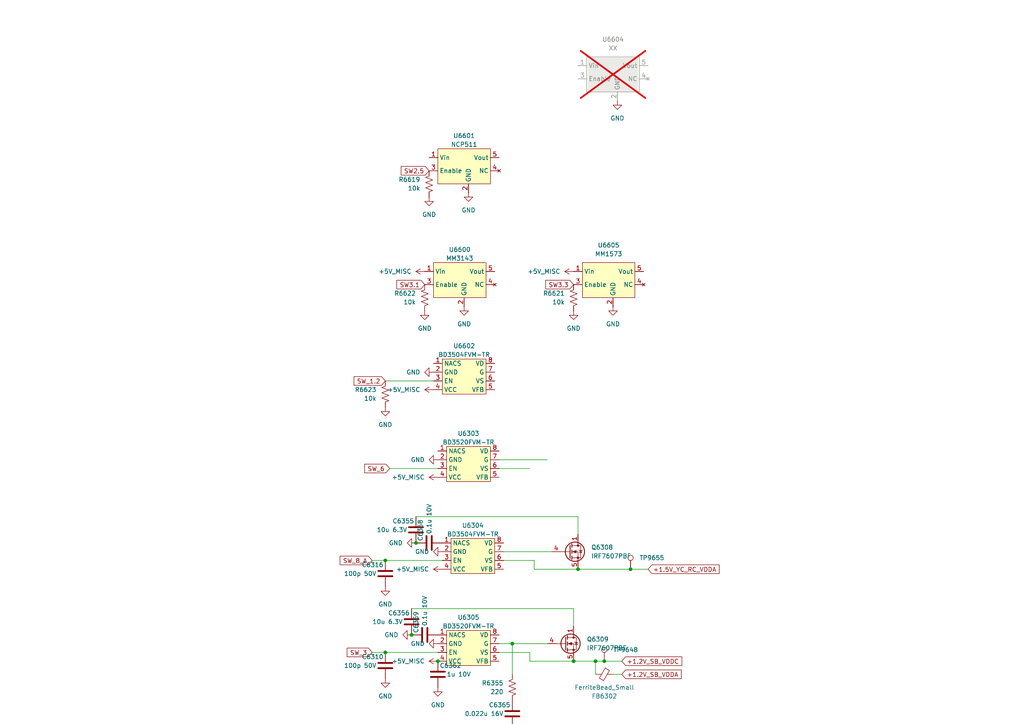
<source format=kicad_sch>
(kicad_sch (version 20231120) (generator "eeschema") (generator_version "8.0")
  (paper "A4")
  (lib_symbols
    (symbol "Connector:TestPoint" (pin_numbers hide) (pin_names (offset 0.762) hide)
      (property "Reference" "TP" (at 0 6.858 0))
      (property "Value" "TestPoint" (at 0 5.08 0))
      (symbol "TestPoint_0_1"
        (circle (center 0 3.302) (radius 0.762))
      )
      (symbol "TestPoint_1_1"
        (pin passive line (at 0 0 90) (length 2.54) (name "1") (number "1"))
      )
    )
    (symbol "Device:C" (pin_numbers hide) (pin_names (offset 0.254))
      (property "Reference" "C" (at 0.635 2.54 0))
      (property "Value" "C" (at 0.635 -2.54 0))
      (symbol "C_0_1"
        (polyline (pts (xy -2.032 -0.762) (xy 2.032 -0.762)) (stroke (width 0.508)))
        (polyline (pts (xy -2.032 0.762) (xy 2.032 0.762)) (stroke (width 0.508)))
      )
      (symbol "C_1_1"
        (pin passive line (at 0 3.81 270) (length 2.794) (name "~") (number "1"))
        (pin passive line (at 0 -3.81 90) (length 2.794) (name "~") (number "2"))
      )
    )
    (symbol "Device:FerriteBead_Small" (pin_numbers hide) (pin_names (offset 0))
      (property "Reference" "FB" (at 1.905 1.27 0))
      (property "Value" "FerriteBead_Small" (at 1.905 -1.27 0))
      (symbol "FerriteBead_Small_0_1"
        (polyline (pts (xy 0 -1.27) (xy 0 -0.7874)))
        (polyline (pts (xy 0 0.889) (xy 0 1.2954)))
        (polyline (pts (xy -1.8288 0.2794) (xy -1.1176 1.4986) (xy 1.8288 -0.2032) (xy 1.1176 -1.4224) (xy -1.8288 0.2794)))
      )
      (symbol "FerriteBead_Small_1_1"
        (pin passive line (at 0 2.54 270) (length 1.27) (name "~") (number "1"))
        (pin passive line (at 0 -2.54 90) (length 1.27) (name "~") (number "2"))
      )
    )
    (symbol "Device:R_US" (pin_numbers hide) (pin_names (offset 0))
      (property "Reference" "R" (at 2.54 0 90))
      (property "Value" "R_US" (at -2.54 0 90))
      (symbol "R_US_0_1"
        (polyline (pts (xy 0 -2.286) (xy 0 -2.54)))
        (polyline (pts (xy 0 2.286) (xy 0 2.54)))
        (polyline (pts (xy 0 -0.762) (xy 1.016 -1.143) (xy 0 -1.524) (xy -1.016 -1.905) (xy 0 -2.286)))
        (polyline (pts (xy 0 0.762) (xy 1.016 0.381) (xy 0 0) (xy -1.016 -0.381) (xy 0 -0.762)))
        (polyline (pts (xy 0 2.286) (xy 1.016 1.905) (xy 0 1.524) (xy -1.016 1.143) (xy 0 0.762)))
      )
      (symbol "R_US_1_1"
        (pin passive line (at 0 3.81 270) (length 1.27) (name "~") (number "1"))
        (pin passive line (at 0 -3.81 90) (length 1.27) (name "~") (number "2"))
      )
    )
    (symbol "PS3:BD35xxFVM-TR"
      (property "Reference" "U" (at 0 3.048 0))
      (property "Value" "BD35xx" (at -8.89 0 0))
      (symbol "BD35xxFVM-TR_0_0"
        (pin unspecified line (at -8.89 0 0) (length 2.54) (name "NACS") (number "1"))
        (pin power_in line (at -8.89 -2.54 0) (length 2.54) (name "GND") (number "2"))
        (pin unspecified line (at -8.89 -5.08 0) (length 2.54) (name "EN") (number "3"))
        (pin power_in line (at -8.89 -7.62 0) (length 2.54) (name "VCC") (number "4"))
        (pin unspecified line (at 8.89 -7.62 180) (length 2.54) (name "VFB") (number "5"))
        (pin unspecified line (at 8.89 -5.08 180) (length 2.54) (name "VS") (number "6"))
        (pin unspecified line (at 8.89 -2.54 180) (length 2.54) (name "G") (number "7"))
        (pin unspecified line (at 8.89 0 180) (length 2.54) (name "VD") (number "8"))
      )
      (symbol "BD35xxFVM-TR_1_1"
        (rectangle (start -6.35 1.27) (end 6.35 -8.89) (fill (type background)))
      )
    )
    (symbol "PS3:NCP511"
      (property "Reference" "U" (at 0 2.54 0))
      (property "Value" "~" (at 0 0 0))
      (symbol "NCP511_1_0"
        (pin power_in line (at -10.16 -3.81 0) (length 2.54) (name "Vin") (number "1"))
        (pin power_in line (at 1.27 -13.97 90) (length 2.54) (name "GND") (number "2"))
        (pin input line (at -10.16 -7.62 0) (length 2.54) (name "Enable") (number "3"))
        (pin no_connect line (at 10.16 -7.62 180) (length 2.54) (name "NC") (number "4"))
        (pin power_out line (at 10.16 -3.81 180) (length 2.54) (name "Vout") (number "5"))
      )
      (symbol "NCP511_1_1"
        (rectangle (start -7.62 -1.27) (end 7.62 -11.43) (fill (type background)))
      )
    )
    (symbol "Transistor_FET:IRF7607PBF" (pin_names hide)
      (property "Reference" "Q" (at 5.08 1.905 0))
      (property "Value" "IRF7607PBF" (at 5.08 0 0))
      (symbol "IRF7607PBF_0_1"
        (polyline (pts (xy 0.254 0) (xy -2.54 0)))
        (polyline (pts (xy 0.254 1.905) (xy 0.254 -1.905)) (stroke (width 0.254)))
        (polyline (pts (xy 0.762 -1.27) (xy 0.762 -2.286)) (stroke (width 0.254)))
        (polyline (pts (xy 0.762 0.508) (xy 0.762 -0.508)) (stroke (width 0.254)))
        (polyline (pts (xy 0.762 2.286) (xy 0.762 1.27)) (stroke (width 0.254)))
        (polyline (pts (xy 2.54 2.54) (xy 2.54 1.778)))
        (polyline (pts (xy 2.54 -2.54) (xy 2.54 0) (xy 0.762 0)))
        (polyline (pts (xy 0.762 -1.778) (xy 3.302 -1.778) (xy 3.302 1.778) (xy 0.762 1.778)))
        (polyline (pts (xy 1.016 0) (xy 2.032 0.381) (xy 2.032 -0.381) (xy 1.016 0)) (fill (type outline)))
        (polyline (pts (xy 2.794 0.508) (xy 2.921 0.381) (xy 3.683 0.381) (xy 3.81 0.254)))
        (polyline (pts (xy 3.302 0.381) (xy 2.921 -0.254) (xy 3.683 -0.254) (xy 3.302 0.381)))
        (circle (center 1.651 0) (radius 2.794) (stroke (width 0.254)))
        (circle (center 2.54 -1.778) (radius 0.254) (fill (type outline)))
        (circle (center 2.54 1.778) (radius 0.254) (fill (type outline)))
      )
      (symbol "IRF7607PBF_1_1"
        (pin passive line (at 2.54 5.08 270) (length 2.54) (name "S") (number "1"))
        (pin passive line (at 2.54 5.08 270) (length 2.54) hide (name "S") (number "2"))
        (pin passive line (at 2.54 5.08 270) (length 2.54) hide (name "S") (number "3"))
        (pin passive line (at -5.08 0 0) (length 2.54) (name "G") (number "4"))
        (pin passive line (at 2.54 -5.08 90) (length 2.54) (name "D") (number "5"))
        (pin passive line (at 2.54 -5.08 90) (length 2.54) hide (name "D") (number "6"))
        (pin passive line (at 2.54 -5.08 90) (length 2.54) hide (name "D") (number "7"))
        (pin passive line (at 2.54 -5.08 90) (length 2.54) hide (name "D") (number "8"))
      )
    )
    (symbol "power:+5F" (power) (pin_numbers hide) (pin_names (offset 0) hide)
      (property "Value" "+5F" (at 0 3.556 0))
      (symbol "+5F_0_1"
        (polyline (pts (xy -0.762 1.27) (xy 0 2.54)))
        (polyline (pts (xy 0 0) (xy 0 2.54)))
        (polyline (pts (xy 0 2.54) (xy 0.762 1.27)))
      )
      (symbol "+5F_1_1"
        (pin power_in line (at 0 0 90) (length 0) (name "~") (number "1"))
      )
    )
    (symbol "power:GND" (power) (pin_numbers hide) (pin_names (offset 0) hide)
      (property "Value" "GND" (at 0 -3.81 0))
      (symbol "GND_0_1"
        (polyline (pts (xy 0 0) (xy 0 -1.27) (xy 1.27 -1.27) (xy 0 -2.54) (xy -1.27 -1.27) (xy 0 -1.27)))
      )
      (symbol "GND_1_1"
        (pin power_in line (at 0 0 270) (length 0) (name "~") (number "1"))
      )
    )
  )
  (junction (at 119.38 184.15))
  (junction (at 182.88 165.1))
  (junction (at 167.64 165.1))
  (junction (at 148.59 186.69))
  (junction (at 127 191.77))
  (junction (at 120.65 157.48))
  (junction (at 166.37 191.77))
  (junction (at 172.72 191.77))
  (junction (at 175.26 191.77))
  (junction (at 111.76 189.23))
  (junction (at 111.76 162.56))
  (wire (pts (xy 146.05 162.56) (xy 154.94 162.56)))
  (wire (pts (xy 153.67 189.23) (xy 153.67 191.77)))
  (wire (pts (xy 111.76 110.49) (xy 125.73 110.49)))
  (wire (pts (xy 119.38 176.53) (xy 166.37 176.53)))
  (wire (pts (xy 144.78 133.35) (xy 158.75 133.35)))
  (wire (pts (xy 166.37 191.77) (xy 172.72 191.77)))
  (wire (pts (xy 113.03 135.89) (xy 127 135.89)))
  (wire (pts (xy 111.76 162.56) (xy 128.27 162.56)))
  (wire (pts (xy 175.26 191.77) (xy 180.34 191.77)))
  (wire (pts (xy 148.59 186.69) (xy 158.75 186.69)))
  (wire (pts (xy 120.65 149.86) (xy 167.64 149.86)))
  (wire (pts (xy 144.78 189.23) (xy 153.67 189.23)))
  (wire (pts (xy 107.95 189.23) (xy 111.76 189.23)))
  (wire (pts (xy 111.76 189.23) (xy 127 189.23)))
  (wire (pts (xy 144.78 135.89) (xy 153.67 135.89)))
  (wire (pts (xy 107.95 162.56) (xy 111.76 162.56)))
  (wire (pts (xy 154.94 162.56) (xy 154.94 165.1)))
  (wire (pts (xy 167.64 165.1) (xy 182.88 165.1)))
  (wire (pts (xy 148.59 186.69) (xy 148.59 195.58)))
  (wire (pts (xy 172.72 191.77) (xy 172.72 195.58)))
  (wire (pts (xy 182.88 165.1) (xy 187.96 165.1)))
  (wire (pts (xy 154.94 165.1) (xy 167.64 165.1)))
  (wire (pts (xy 167.64 149.86) (xy 167.64 154.94)))
  (wire (pts (xy 166.37 176.53) (xy 166.37 181.61)))
  (wire (pts (xy 144.78 186.69) (xy 148.59 186.69)))
  (wire (pts (xy 172.72 191.77) (xy 175.26 191.77)))
  (wire (pts (xy 180.34 195.58) (xy 177.8 195.58)))
  (wire (pts (xy 146.05 160.02) (xy 160.02 160.02)))
  (wire (pts (xy 153.67 191.77) (xy 166.37 191.77)))
  (global_label "+1.2V_SB_VDDC" (shape input) (at 180.34 191.77 0) (property "Intersheetrefs" "${INTERSHEET_REFS}" (effects (hide yes))))
  (global_label "SW3.3" (shape input) (at 166.37 82.55 180) (property "Intersheetrefs" "${INTERSHEET_REFS}" (effects (hide yes))))
  (global_label "+1.5V_YC_RC_VDDA" (shape input) (at 187.96 165.1 0) (property "Intersheetrefs" "${INTERSHEET_REFS}" (effects (hide yes))))
  (global_label "SW2.5" (shape input) (at 124.46 49.53 180) (property "Intersheetrefs" "${INTERSHEET_REFS}" (effects (hide yes))))
  (global_label "+1.2V_SB_VDDA" (shape input) (at 180.34 195.58 0) (property "Intersheetrefs" "${INTERSHEET_REFS}" (effects (hide yes))))
  (global_label "SW_3" (shape input) (at 107.95 189.23 180) (property "Intersheetrefs" "${INTERSHEET_REFS}" (effects (hide yes))))
  (global_label "SW_6" (shape input) (at 113.03 135.89 180) (property "Intersheetrefs" "${INTERSHEET_REFS}" (effects (hide yes))))
  (global_label "SW_8_A" (shape input) (at 107.95 162.56 180) (property "Intersheetrefs" "${INTERSHEET_REFS}" (effects (hide yes))))
  (global_label "SW3.1" (shape input) (at 123.19 82.55 180) (property "Intersheetrefs" "${INTERSHEET_REFS}" (effects (hide yes))))
  (global_label "SW_1.2" (shape input) (at 111.76 110.49 180) (property "Intersheetrefs" "${INTERSHEET_REFS}" (effects (hide yes))))
  (symbol (lib_id "Connector:TestPoint") (at 182.88 165.1 0) (unit 1)
    (property "Reference" "TP9655" (at 185.42 161.7979 0) (effects (justify left)))
    (property "Value" "TestPoint" (effects (hide yes)))
    (property "Footprint" "TestPoint:TestPoint_Pad_1.0x1.0mm" (effects (hide yes)))
    (property "Description" "test point" (effects (hide yes)))
  )
  (symbol (lib_id "power:+5F") (at 127 138.43 90) (unit 1)
    (property "Reference" "#PWR0704" (effects (hide yes)))
    (property "Value" "+5V_MISC" (at 123.19 138.4299 90) (effects (justify left)))
    (property "Description" "Power symbol creates a global label with name \"+5F\"" (effects (hide yes)))
  )
  (symbol (lib_id "power:GND") (at 128.27 160.02 270) (unit 1)
    (property "Reference" "#PWR0510" (effects (hide yes)))
    (property "Value" "GND" (at 124.46 160.0199 90) (effects (justify right)))
    (property "Description" "Power symbol creates a global label with name \"GND\" , ground" (effects (hide yes)))
  )
  (symbol (lib_id "Device:C") (at 111.76 166.37 0) (mirror y) (unit 1)
    (property "Reference" "C6316" (at 111.252 163.83 0) (effects (justify left)))
    (property "Value" "100p 50V" (at 109.22 166.37 0) (effects (justify left)))
    (property "Footprint" "Capacitor_SMD:C_0402_1005Metric" (effects (hide yes)))
    (property "Description" "Unpolarized capacitor" (effects (hide yes)))
  )
  (symbol (lib_id "PS3:BD35xxFVM-TR") (at 135.89 184.15 0) (unit 1)
    (property "Reference" "U6305" (at 135.89 179.07 0))
    (property "Value" "BD3520FVM-TR" (at 135.89 181.61 0))
    (property "Footprint" "Package_SO:MSOP-8_3x3mm_P0.65mm" (effects (hide yes)))
    (property "Datasheet" "https://mm.digikey.com/Volume0/opasdata/d220001/medias/docus/4118/BD3520FVM.pdf" (effects (hide yes)))
    (property "Description" "Single Channel Series Regulator Driver IC" (effects (hide yes)))
  )
  (symbol (lib_id "PS3:BD35xxFVM-TR") (at 134.62 105.41 0) (unit 1)
    (property "Reference" "U6602" (at 134.62 100.33 0))
    (property "Value" "BD3504FVM-TR" (at 134.62 102.87 0))
    (property "Footprint" "Package_SO:MSOP-8_3x3mm_P0.65mm" (effects (hide yes)))
    (property "Datasheet" "https://mm.digikey.com/Volume0/opasdata/d220001/medias/docus/4118/BD3520FVM.pdf" (effects (hide yes)))
    (property "Description" "Single Channel Series Regulator Driver IC" (effects (hide yes)))
  )
  (symbol (lib_id "PS3:NCP511") (at 133.35 74.93 0) (unit 1)
    (property "Reference" "U6600" (at 133.35 72.39 0))
    (property "Value" "MM3143" (at 133.35 74.93 0))
    (property "Footprint" "Package_SO:TSOP-5_1.65x3.05mm_P0.95mm" (effects (hide yes)))
  )
  (symbol (lib_id "Device:R_US") (at 111.76 114.3 0) (mirror x) (unit 1)
    (property "Reference" "R6623" (at 109.22 113.0299 0) (effects (justify right)))
    (property "Value" "10k" (at 109.22 115.5699 0) (effects (justify right)))
    (property "Footprint" "Resistor_SMD:R_0402_1005Metric" (effects (hide yes)))
    (property "Description" "Resistor, US symbol" (effects (hide yes)))
  )
  (symbol (lib_id "power:GND") (at 135.89 55.88 0) (unit 1)
    (property "Reference" "#PWR0506" (effects (hide yes)))
    (property "Value" "GND" (at 135.89 60.96 0))
    (property "Description" "Power symbol creates a global label with name \"GND\" , ground" (effects (hide yes)))
  )
  (symbol (lib_id "Device:C") (at 148.59 207.01 0) (mirror y) (unit 1)
    (property "Reference" "C6365" (at 148.082 204.47 0) (effects (justify left)))
    (property "Value" "0.022u 16V" (at 146.05 207.01 0) (effects (justify left)))
    (property "Footprint" "Capacitor_SMD:C_0402_1005Metric" (effects (hide yes)))
    (property "Description" "Unpolarized capacitor" (effects (hide yes)))
  )
  (symbol (lib_id "power:GND") (at 179.07 29.21 0) (unit 1)
    (property "Reference" "#PWR0708" (effects (hide yes)))
    (property "Value" "GND" (at 179.07 34.29 0))
    (property "Description" "Power symbol creates a global label with name \"GND\" , ground" (effects (hide yes)))
  )
  (symbol (lib_id "power:GND") (at 148.59 210.82 0) (unit 1)
    (property "Reference" "#PWR01002" (effects (hide yes)))
    (property "Value" "GND" (at 148.59 215.9 0))
    (property "Description" "Power symbol creates a global label with name \"GND\" , ground" (effects (hide yes)))
  )
  (symbol (lib_id "power:GND") (at 134.62 88.9 0) (unit 1)
    (property "Reference" "#PWR0706" (effects (hide yes)))
    (property "Value" "GND" (at 134.62 93.98 0))
    (property "Description" "Power symbol creates a global label with name \"GND\" , ground" (effects (hide yes)))
  )
  (symbol (lib_id "Transistor_FET:IRF7607PBF") (at 165.1 160.02 0) (unit 1)
    (property "Reference" "Q6308" (at 171.45 158.7499 0) (effects (justify left)))
    (property "Value" "IRF7607PBF" (at 171.45 161.2899 0) (effects (justify left)))
    (property "Footprint" "Package_SO:MSOP-8_3x3mm_P0.65mm" (effects (hide yes)))
    (property "Datasheet" "http://www.irf.com/product-info/datasheets/data/irf7607pbf.pdf" (effects (hide yes)))
    (property "Description" "5.2A Id, 20V Vds, HexFET N-MOS Power MOSFET, Ronon 0.03R, Micro8" (effects (hide yes)))
  )
  (symbol (lib_id "power:GND") (at 119.38 184.15 270) (unit 1)
    (property "Reference" "#PWR01004" (effects (hide yes)))
    (property "Value" "GND" (at 115.57 184.1499 90) (effects (justify right)))
    (property "Description" "Power symbol creates a global label with name \"GND\" , ground" (effects (hide yes)))
  )
  (symbol (lib_id "power:GND") (at 111.76 118.11 0) (unit 1)
    (property "Reference" "#PWR0701" (effects (hide yes)))
    (property "Value" "GND" (at 111.76 123.19 0))
    (property "Description" "Power symbol creates a global label with name \"GND\" , ground" (effects (hide yes)))
  )
  (symbol (lib_id "Device:R_US") (at 124.46 53.34 0) (mirror x) (unit 1)
    (property "Reference" "R6619" (at 121.92 52.0699 0) (effects (justify right)))
    (property "Value" "10k" (at 121.92 54.6099 0) (effects (justify right)))
    (property "Footprint" "Resistor_SMD:R_0402_1005Metric" (effects (hide yes)))
    (property "Description" "Resistor, US symbol" (effects (hide yes)))
  )
  (symbol (lib_id "Device:C") (at 119.38 180.34 0) (mirror y) (unit 1)
    (property "Reference" "C6356" (at 118.872 177.8 0) (effects (justify left)))
    (property "Value" "10u 6.3V" (at 116.84 180.34 0) (effects (justify left)))
    (property "Footprint" "Capacitor_SMD:C_0805_2012Metric" (effects (hide yes)))
    (property "Description" "Unpolarized capacitor" (effects (hide yes)))
  )
  (symbol (lib_id "Device:C") (at 120.65 153.67 0) (mirror y) (unit 1)
    (property "Reference" "C6355" (at 120.142 151.13 0) (effects (justify left)))
    (property "Value" "10u 6.3V" (at 118.11 153.67 0) (effects (justify left)))
    (property "Footprint" "Capacitor_SMD:C_0805_2012Metric" (effects (hide yes)))
    (property "Description" "Unpolarized capacitor" (effects (hide yes)))
  )
  (symbol (lib_id "Device:R_US") (at 166.37 86.36 0) (mirror x) (unit 1)
    (property "Reference" "R6621" (at 163.83 85.0899 0) (effects (justify right)))
    (property "Value" "10k" (at 163.83 87.6299 0) (effects (justify right)))
    (property "Footprint" "Resistor_SMD:R_0402_1005Metric" (effects (hide yes)))
    (property "Description" "Resistor, US symbol" (effects (hide yes)))
  )
  (symbol (lib_id "PS3:NCP511") (at 134.62 41.91 0) (unit 1)
    (property "Reference" "U6601" (at 134.62 39.37 0))
    (property "Value" "NCP511" (at 134.62 41.91 0))
    (property "Footprint" "Package_SO:TSOP-5_1.65x3.05mm_P0.95mm" (effects (hide yes)))
  )
  (symbol (lib_id "power:GND") (at 127 186.69 270) (unit 1)
    (property "Reference" "#PWR0511" (effects (hide yes)))
    (property "Value" "GND" (at 123.19 186.6899 90) (effects (justify right)))
    (property "Description" "Power symbol creates a global label with name \"GND\" , ground" (effects (hide yes)))
  )
  (symbol (lib_id "Device:C") (at 111.76 193.04 0) (mirror y) (unit 1)
    (property "Reference" "C6310" (at 111.252 190.5 0) (effects (justify left)))
    (property "Value" "100p 50V" (at 109.22 193.04 0) (effects (justify left)))
    (property "Footprint" "Capacitor_SMD:C_0402_1005Metric" (effects (hide yes)))
    (property "Description" "Unpolarized capacitor" (effects (hide yes)))
  )
  (symbol (lib_id "PS3:NCP511") (at 177.8 15.24 0) (unit 1) (in_bom no) (dnp yes)
    (property "Reference" "U6604" (at 177.8 11.43 0))
    (property "Value" "XX" (at 177.8 13.97 0))
    (property "Footprint" "Package_SO:TSOP-5_1.65x3.05mm_P0.95mm" (effects (hide yes)))
  )
  (symbol (lib_id "power:GND") (at 177.8 88.9 0) (unit 1)
    (property "Reference" "#PWR0707" (effects (hide yes)))
    (property "Value" "GND" (at 177.8 93.98 0))
    (property "Description" "Power symbol creates a global label with name \"GND\" , ground" (effects (hide yes)))
  )
  (symbol (lib_id "power:GND") (at 166.37 90.17 0) (unit 1)
    (property "Reference" "#PWR0711" (effects (hide yes)))
    (property "Value" "GND" (at 166.37 95.25 0))
    (property "Description" "Power symbol creates a global label with name \"GND\" , ground" (effects (hide yes)))
  )
  (symbol (lib_id "Device:R_US") (at 123.19 86.36 0) (mirror x) (unit 1)
    (property "Reference" "R6622" (at 120.65 85.0899 0) (effects (justify right)))
    (property "Value" "10k" (at 120.65 87.6299 0) (effects (justify right)))
    (property "Footprint" "Resistor_SMD:R_0402_1005Metric" (effects (hide yes)))
    (property "Description" "Resistor, US symbol" (effects (hide yes)))
  )
  (symbol (lib_id "power:+5F") (at 128.27 165.1 90) (unit 1)
    (property "Reference" "#PWR0703" (effects (hide yes)))
    (property "Value" "+5V_MISC" (at 124.46 165.0999 90) (effects (justify left)))
    (property "Description" "Power symbol creates a global label with name \"+5F\"" (effects (hide yes)))
  )
  (symbol (lib_id "power:+5F") (at 127 191.77 90) (unit 1)
    (property "Reference" "#PWR0702" (effects (hide yes)))
    (property "Value" "+5V_MISC" (at 123.19 191.7699 90) (effects (justify left)))
    (property "Description" "Power symbol creates a global label with name \"+5F\"" (effects (hide yes)))
  )
  (symbol (lib_id "Device:C") (at 123.19 184.15 90) (unit 1)
    (property "Reference" "C6359" (at 120.65 183.642 0) (effects (justify left)))
    (property "Value" "0.1u 10V" (at 123.19 181.61 0) (effects (justify left)))
    (property "Footprint" "Capacitor_SMD:C_0402_1005Metric" (effects (hide yes)))
    (property "Description" "Unpolarized capacitor" (effects (hide yes)))
  )
  (symbol (lib_id "power:GND") (at 127 199.39 0) (unit 1)
    (property "Reference" "#PWR01001" (effects (hide yes)))
    (property "Value" "GND" (at 127 204.47 0))
    (property "Description" "Power symbol creates a global label with name \"GND\" , ground" (effects (hide yes)))
  )
  (symbol (lib_id "PS3:NCP511") (at 176.53 74.93 0) (unit 1)
    (property "Reference" "U6605" (at 176.53 71.12 0))
    (property "Value" "MM1573" (at 176.53 73.66 0))
    (property "Footprint" "Package_SO:TSOP-5_1.65x3.05mm_P0.95mm" (effects (hide yes)))
  )
  (symbol (lib_id "power:GND") (at 111.76 170.18 0) (mirror y) (unit 1)
    (property "Reference" "#PWR01006" (effects (hide yes)))
    (property "Value" "GND" (at 111.76 175.26 0))
    (property "Description" "Power symbol creates a global label with name \"GND\" , ground" (effects (hide yes)))
  )
  (symbol (lib_id "power:GND") (at 124.46 57.15 0) (unit 1)
    (property "Reference" "#PWR0713" (effects (hide yes)))
    (property "Value" "GND" (at 124.46 62.23 0))
    (property "Description" "Power symbol creates a global label with name \"GND\" , ground" (effects (hide yes)))
  )
  (symbol (lib_id "Device:C") (at 127 195.58 0) (unit 1)
    (property "Reference" "C6362" (at 127.508 193.04 0) (effects (justify left)))
    (property "Value" "1u 10V" (at 129.54 195.58 0) (effects (justify left)))
    (property "Footprint" "Capacitor_SMD:C_0603_1608Metric" (effects (hide yes)))
    (property "Description" "Unpolarized capacitor" (effects (hide yes)))
  )
  (symbol (lib_id "power:+5F") (at 125.73 113.03 90) (unit 1)
    (property "Reference" "#PWR0705" (effects (hide yes)))
    (property "Value" "+5V_MISC" (at 121.92 113.0299 90) (effects (justify left)))
    (property "Description" "Power symbol creates a global label with name \"+5F\"" (effects (hide yes)))
  )
  (symbol (lib_id "power:GND") (at 123.19 90.17 0) (unit 1)
    (property "Reference" "#PWR0712" (effects (hide yes)))
    (property "Value" "GND" (at 123.19 95.25 0))
    (property "Description" "Power symbol creates a global label with name \"GND\" , ground" (effects (hide yes)))
  )
  (symbol (lib_id "power:+5F") (at 166.37 78.74 90) (unit 1)
    (property "Reference" "#PWR0710" (effects (hide yes)))
    (property "Value" "+5V_MISC" (at 162.56 78.7399 90) (effects (justify left)))
    (property "Description" "Power symbol creates a global label with name \"+5F\"" (effects (hide yes)))
  )
  (symbol (lib_id "PS3:BD35xxFVM-TR") (at 137.16 157.48 0) (unit 1)
    (property "Reference" "U6304" (at 137.16 152.4 0))
    (property "Value" "BD3504FVM-TR" (at 137.16 154.94 0))
    (property "Footprint" "Package_SO:MSOP-8_3x3mm_P0.65mm" (effects (hide yes)))
    (property "Datasheet" "https://mm.digikey.com/Volume0/opasdata/d220001/medias/docus/4118/BD3520FVM.pdf" (effects (hide yes)))
    (property "Description" "Single Channel Series Regulator Driver IC" (effects (hide yes)))
  )
  (symbol (lib_id "Device:C") (at 124.46 157.48 90) (unit 1)
    (property "Reference" "C6358" (at 121.92 156.972 0) (effects (justify left)))
    (property "Value" "0.1u 10V" (at 124.46 154.94 0) (effects (justify left)))
    (property "Footprint" "Capacitor_SMD:C_0402_1005Metric" (effects (hide yes)))
    (property "Description" "Unpolarized capacitor" (effects (hide yes)))
  )
  (symbol (lib_id "Device:R_US") (at 148.59 199.39 0) (mirror x) (unit 1)
    (property "Reference" "R6355" (at 146.05 198.1199 0) (effects (justify right)))
    (property "Value" "220" (at 146.05 200.6599 0) (effects (justify right)))
    (property "Footprint" "Resistor_SMD:R_0402_1005Metric" (effects (hide yes)))
    (property "Description" "Resistor, US symbol" (effects (hide yes)))
  )
  (symbol (lib_id "Transistor_FET:IRF7607PBF") (at 163.83 186.69 0) (unit 1)
    (property "Reference" "Q6309" (at 170.18 185.4199 0) (effects (justify left)))
    (property "Value" "IRF7607PBF" (at 170.18 187.9599 0) (effects (justify left)))
    (property "Footprint" "Package_SO:MSOP-8_3x3mm_P0.65mm" (effects (hide yes)))
    (property "Datasheet" "http://www.irf.com/product-info/datasheets/data/irf7607pbf.pdf" (effects (hide yes)))
    (property "Description" "5.2A Id, 20V Vds, HexFET N-MOS Power MOSFET, Ronon 0.03R, Micro8" (effects (hide yes)))
  )
  (symbol (lib_id "Device:FerriteBead_Small") (at 175.26 195.58 270) (unit 1)
    (property "Reference" "FB6302" (at 175.2981 201.93 90))
    (property "Value" "FerriteBead_Small" (at 175.2981 199.39 90))
    (property "Footprint" "Resistor_SMD:R_0603_1608Metric" (effects (hide yes)))
    (property "Description" "Ferrite bead, small symbol" (effects (hide yes)))
  )
  (symbol (lib_id "power:GND") (at 111.76 196.85 0) (mirror y) (unit 1)
    (property "Reference" "#PWR01005" (effects (hide yes)))
    (property "Value" "GND" (at 111.76 201.93 0))
    (property "Description" "Power symbol creates a global label with name \"GND\" , ground" (effects (hide yes)))
  )
  (symbol (lib_id "power:GND") (at 120.65 157.48 270) (unit 1)
    (property "Reference" "#PWR01003" (effects (hide yes)))
    (property "Value" "GND" (at 116.84 157.4799 90) (effects (justify right)))
    (property "Description" "Power symbol creates a global label with name \"GND\" , ground" (effects (hide yes)))
  )
  (symbol (lib_id "power:+5F") (at 123.19 78.74 90) (unit 1)
    (property "Reference" "#PWR0709" (effects (hide yes)))
    (property "Value" "+5V_MISC" (at 119.38 78.7399 90) (effects (justify left)))
    (property "Description" "Power symbol creates a global label with name \"+5F\"" (effects (hide yes)))
  )
  (symbol (lib_id "PS3:BD35xxFVM-TR") (at 135.89 130.81 0) (unit 1)
    (property "Reference" "U6303" (at 135.89 125.73 0))
    (property "Value" "BD3520FVM-TR" (at 135.89 128.27 0))
    (property "Footprint" "Package_SO:MSOP-8_3x3mm_P0.65mm" (effects (hide yes)))
    (property "Datasheet" "https://mm.digikey.com/Volume0/opasdata/d220001/medias/docus/4118/BD3520FVM.pdf" (effects (hide yes)))
    (property "Description" "Single Channel Series Regulator Driver IC" (effects (hide yes)))
  )
  (symbol (lib_id "Connector:TestPoint") (at 175.26 191.77 0) (unit 1)
    (property "Reference" "TP9648" (at 177.8 188.4679 0) (effects (justify left)))
    (property "Value" "TestPoint" (effects (hide yes)))
    (property "Footprint" "TestPoint:TestPoint_Pad_1.0x1.0mm" (effects (hide yes)))
    (property "Description" "test point" (effects (hide yes)))
  )
  (symbol (lib_id "power:GND") (at 125.73 107.95 270) (unit 1)
    (property "Reference" "#PWR0508" (effects (hide yes)))
    (property "Value" "GND" (at 121.92 107.9499 90) (effects (justify right)))
    (property "Description" "Power symbol creates a global label with name \"GND\" , ground" (effects (hide yes)))
  )
  (symbol (lib_id "power:GND") (at 127 133.35 270) (unit 1)
    (property "Reference" "#PWR0509" (effects (hide yes)))
    (property "Value" "GND" (at 123.19 133.3499 90) (effects (justify right)))
    (property "Description" "Power symbol creates a global label with name \"GND\" , ground" (effects (hide yes)))
  )
)
</source>
